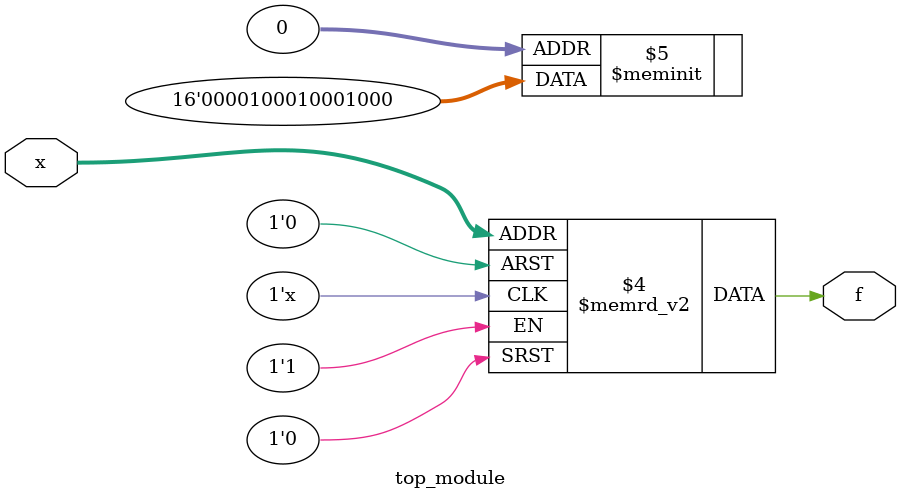
<source format=sv>
module top_module (
    input [4:1] x,
    output logic f
);

always_comb begin
    case ({x[4], x[3], x[2], x[1]})
        4'b0001: f = 1'b0;
        4'b0011: f = 1'b1;
        4'b0101: f = 1'b0;
        4'b0111: f = 1'b1;
        4'b1001: f = 1'b0;
        4'b1011: f = 1'b1;
        4'b1101: f = 1'b0;
        4'b1111: f = 1'b0;
        default: f = 1'b0; // Treat the don't-care (d) entries as 0
    endcase
end

endmodule

</source>
